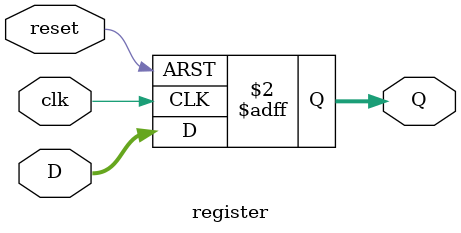
<source format=sv>
module register(input logic [3:0] D, input logic clk, reset, output logic [3:0] Q);

	always_ff @(posedge clk, posedge reset) begin
		if (reset) Q<=4'h0;
		else Q<=D;
	end

endmodule
</source>
